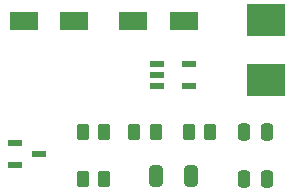
<source format=gbr>
%TF.GenerationSoftware,KiCad,Pcbnew,9.0.1*%
%TF.CreationDate,2025-07-01T21:06:15-04:00*%
%TF.ProjectId,Tiny Solar Power Suppy,54696e79-2053-46f6-9c61-7220506f7765,rev?*%
%TF.SameCoordinates,Original*%
%TF.FileFunction,Paste,Top*%
%TF.FilePolarity,Positive*%
%FSLAX46Y46*%
G04 Gerber Fmt 4.6, Leading zero omitted, Abs format (unit mm)*
G04 Created by KiCad (PCBNEW 9.0.1) date 2025-07-01 21:06:15*
%MOMM*%
%LPD*%
G01*
G04 APERTURE LIST*
G04 Aperture macros list*
%AMRoundRect*
0 Rectangle with rounded corners*
0 $1 Rounding radius*
0 $2 $3 $4 $5 $6 $7 $8 $9 X,Y pos of 4 corners*
0 Add a 4 corners polygon primitive as box body*
4,1,4,$2,$3,$4,$5,$6,$7,$8,$9,$2,$3,0*
0 Add four circle primitives for the rounded corners*
1,1,$1+$1,$2,$3*
1,1,$1+$1,$4,$5*
1,1,$1+$1,$6,$7*
1,1,$1+$1,$8,$9*
0 Add four rect primitives between the rounded corners*
20,1,$1+$1,$2,$3,$4,$5,0*
20,1,$1+$1,$4,$5,$6,$7,0*
20,1,$1+$1,$6,$7,$8,$9,0*
20,1,$1+$1,$8,$9,$2,$3,0*%
G04 Aperture macros list end*
%ADD10R,3.302000X2.667000*%
%ADD11R,1.181100X0.558800*%
%ADD12RoundRect,0.250000X-0.262500X-0.450000X0.262500X-0.450000X0.262500X0.450000X-0.262500X0.450000X0*%
%ADD13RoundRect,0.250000X-0.250000X-0.475000X0.250000X-0.475000X0.250000X0.475000X-0.250000X0.475000X0*%
%ADD14RoundRect,0.250000X0.325000X0.650000X-0.325000X0.650000X-0.325000X-0.650000X0.325000X-0.650000X0*%
%ADD15R,1.300000X0.600000*%
%ADD16R,2.350000X1.550000*%
G04 APERTURE END LIST*
D10*
%TO.C,L1*%
X120000000Y-120865400D03*
X120000000Y-115734600D03*
%TD*%
D11*
%TO.C,U1*%
X113465250Y-119462499D03*
X113465250Y-121362501D03*
X110734750Y-121362501D03*
X110734750Y-120412500D03*
X110734750Y-119462499D03*
%TD*%
D12*
%TO.C,R2*%
X108825000Y-125200000D03*
X110650000Y-125200000D03*
%TD*%
%TO.C,R1*%
X113425000Y-125200000D03*
X115250000Y-125200000D03*
%TD*%
D13*
%TO.C,C1*%
X118150000Y-125200000D03*
X120050000Y-125200000D03*
%TD*%
%TO.C,C3*%
X118150000Y-129200000D03*
X120050000Y-129200000D03*
%TD*%
D14*
%TO.C,C2*%
X113600000Y-129000000D03*
X110650000Y-129000000D03*
%TD*%
D12*
%TO.C,R4*%
X104475000Y-129200000D03*
X106300000Y-129200000D03*
%TD*%
D15*
%TO.C,Q1*%
X98700000Y-126150000D03*
X98700000Y-128050000D03*
X100800000Y-127100000D03*
%TD*%
D16*
%TO.C,D1*%
X113050000Y-115800000D03*
X108750000Y-115800000D03*
%TD*%
%TO.C,D2*%
X103750000Y-115800000D03*
X99450000Y-115800000D03*
%TD*%
D12*
%TO.C,R3*%
X104475000Y-125200000D03*
X106300000Y-125200000D03*
%TD*%
M02*

</source>
